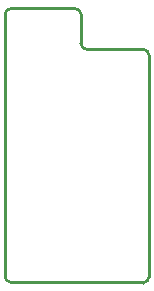
<source format=gbr>
%FSTAX24Y24*%
%MOIN*%
%SFA1B1*%

%IPPOS*%
%ADD10C,0.010000*%
%LNmil-1*%
%LPD*%
%SRX1Y1I0J0*%
G54D10*
X002624Y008543D02*
D01*
D01*
G75*
G03X002428Y00874I-000197J-0D01*
G74*G01*
X000295D02*
D01*
D01*
G75*
G03X000098Y008543I-0J-000197D01*
G74*G01*
X002624Y007569D02*
D01*
D01*
G75*
G03X00282Y007372I000197J0D01*
G74*G01*
X004897Y007175D02*
D01*
D01*
G75*
G03X0047Y007372I-000197J0D01*
G74*G01*
Y-000398D02*
D01*
D01*
G75*
G03X004897Y-000201I0J000197D01*
G74*G01*
X000098Y-000197D02*
D01*
D01*
G75*
G03X000295Y-000394I000197J-0D01*
G74*G01*
X00282Y007372D02*
X0047D01*
X004897Y-000201D02*
Y007175D01*
X000295Y-000394D02*
X004705D01*
X000098Y-000197D02*
Y008543D01*
X002624Y007569D02*
Y008543D01*
X000295Y00874D02*
X002428D01*
M02*
</source>
